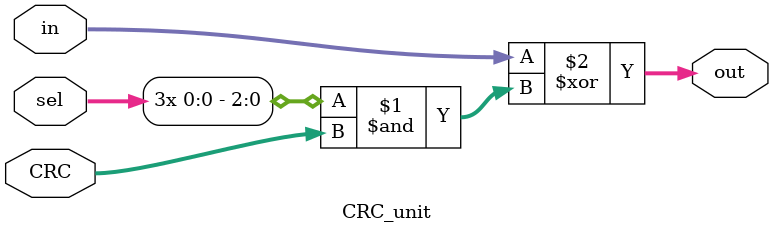
<source format=v>
module CRC_unit
#(
    parameter   BW = 3
)
(
    output      [BW-1:0] out,
    input       [BW-1:0] in, CRC, 
    input                sel
);

    wire [BW-1:0] temp;
    assign out = in ^ ({(BW){sel}} & CRC);
    
endmodule
</source>
